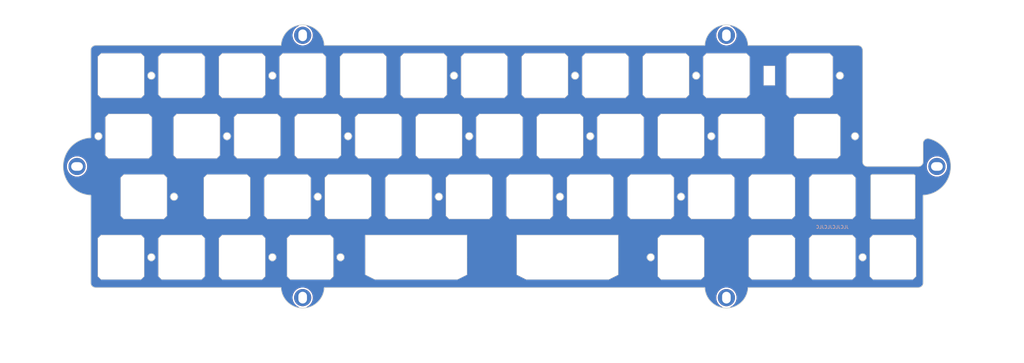
<source format=kicad_pcb>
(kicad_pcb (version 20221018) (generator pcbnew)
  (layers (0 "F.Cu" signal) (31 "B.Cu" signal) (34 "B.Paste" user) (35 "F.Paste" user) (36 "B.SilkS" user "B.Silkscreen") (37 "F.SilkS" user "F.Silkscreen") (38 "B.Mask" user) (39 "F.Mask" user) (44 "Edge.Cuts" user))
  (net 0 "")
  (net 1 "GND")
  (footprint "cipulot_parts:ecs_plate_cut_1U" (layer "F.Cu") (at 243.68125 51.59375)
    (fp_text reference "REF**")
    (fp_text value "Value " hide)
    (fp_line (start -7.3 -6) (end -7.3 6) (stroke (width 0.12)) (layer "Edge.Cuts"))
    (fp_line (start -7.3 6) (end -6.3 7) (stroke (width 0.12)) (layer "Edge.Cuts"))
    (fp_line (start -6.3 -7) (end -7.3 -6) (stroke (width 0.12)) (layer "Edge.Cuts"))
    (fp_line (start -6.3 7) (end 6.3 7) (stroke (width 0.12)) (layer "Edge.Cuts"))
    (fp_line (start 6.3 -7) (end -6.3 -7) (stroke (width 0.12)) (layer "Edge.Cuts"))
    (fp_line (start 6.3 -7) (end 7.3 -6) (stroke (width 0.12)) (layer "Edge.Cuts"))
    (fp_line (start 6.3 7) (end 7.3 6) (stroke (width 0.12)) (layer "Edge.Cuts"))
    (fp_line (start 7.3 6) (end 7.3 -6) (stroke (width 0.12)) (layer "Edge.Cuts"))
  )
  (footprint "cipulot_parts:ecs_plate_cut_2U" (layer "F.Cu") (at 119.85625 108.74375)
    (fp_text reference "REF**")
    (fp_text value "Value " hide)
    (fp_line (start -16 -7) (end 16 -7) (stroke (width 0.12)) (layer "Edge.Cuts"))
    (fp_line (start -16 0) (end -16 -7) (stroke (width 0.12)) (layer "Edge.Cuts"))
    (fp_line (start -16 0) (end -16 5.5) (stroke (width 0.12)) (layer "Edge.Cuts"))
    (fp_line (start -16 5.5) (end -13 7) (stroke (width 0.12)) (layer "Edge.Cuts"))
    (fp_line (start 13 7) (end -13 7) (stroke (width 0.12)) (layer "Edge.Cuts"))
    (fp_line (start 16 -7) (end 16 0) (stroke (width 0.12)) (layer "Edge.Cuts"))
    (fp_line (start 16 0) (end 16 5.5) (stroke (width 0.12)) (layer "Edge.Cuts"))
    (fp_line (start 16 5.5) (end 13 7) (stroke (width 0.12)) (layer "Edge.Cuts"))
  )
  (footprint "cipulot_parts:ecs_plate_cut_1U" (layer "F.Cu") (at 88.9 70.64375)
    (fp_text reference "REF**")
    (fp_text value "Value " hide)
    (fp_line (start -7.3 -6) (end -7.3 6) (stroke (width 0.12)) (layer "Edge.Cuts"))
    (fp_line (start -7.3 6) (end -6.3 7) (stroke (width 0.12)) (layer "Edge.Cuts"))
    (fp_line (start -6.3 -7) (end -7.3 -6) (stroke (width 0.12)) (layer "Edge.Cuts"))
    (fp_line (start -6.3 7) (end 6.3 7) (stroke (width 0.12)) (layer "Edge.Cuts"))
    (fp_line (start 6.3 -7) (end -6.3 -7) (stroke (width 0.12)) (layer "Edge.Cuts"))
    (fp_line (start 6.3 -7) (end 7.3 -6) (stroke (width 0.12)) (layer "Edge.Cuts"))
    (fp_line (start 6.3 7) (end 7.3 6) (stroke (width 0.12)) (layer "Edge.Cuts"))
    (fp_line (start 7.3 6) (end 7.3 -6) (stroke (width 0.12)) (layer "Edge.Cuts"))
  )
  (footprint "cipulot_parts:ecs_plate_cut_1U" (layer "F.Cu") (at 231.775 89.69375)
    (fp_text reference "REF**")
    (fp_text value "Value " hide)
    (fp_line (start -7.3 -6) (end -7.3 6) (stroke (width 0.12)) (layer "Edge.Cuts"))
    (fp_line (start -7.3 6) (end -6.3 7) (stroke (width 0.12)) (layer "Edge.Cuts"))
    (fp_line (start -6.3 -7) (end -7.3 -6) (stroke (width 0.12)) (layer "Edge.Cuts"))
    (fp_line (start -6.3 7) (end 6.3 7) (stroke (width 0.12)) (layer "Edge.Cuts"))
    (fp_line (start 6.3 -7) (end -6.3 -7) (stroke (width 0.12)) (layer "Edge.Cuts"))
    (fp_line (start 6.3 -7) (end 7.3 -6) (stroke (width 0.12)) (layer "Edge.Cuts"))
    (fp_line (start 6.3 7) (end 7.3 6) (stroke (width 0.12)) (layer "Edge.Cuts"))
    (fp_line (start 7.3 6) (end 7.3 -6) (stroke (width 0.12)) (layer "Edge.Cuts"))
  )
  (footprint "cipulot_parts:ecs_plate_cut_1U" (layer "F.Cu") (at 165.1 70.64375)
    (fp_text reference "REF**")
    (fp_text value "Value " hide)
    (fp_line (start -7.3 -6) (end -7.3 6) (stroke (width 0.12)) (layer "Edge.Cuts"))
    (fp_line (start -7.3 6) (end -6.3 7) (stroke (width 0.12)) (layer "Edge.Cuts"))
    (fp_line (start -6.3 -7) (end -7.3 -6) (stroke (width 0.12)) (layer "Edge.Cuts"))
    (fp_line (start -6.3 7) (end 6.3 7) (stroke (width 0.12)) (layer "Edge.Cuts"))
    (fp_line (start 6.3 -7) (end -6.3 -7) (stroke (width 0.12)) (layer "Edge.Cuts"))
    (fp_line (start 6.3 -7) (end 7.3 -6) (stroke (width 0.12)) (layer "Edge.Cuts"))
    (fp_line (start 6.3 7) (end 7.3 6) (stroke (width 0.12)) (layer "Edge.Cuts"))
    (fp_line (start 7.3 6) (end 7.3 -6) (stroke (width 0.12)) (layer "Edge.Cuts"))
  )
  (footprint "cipulot_parts:ecs_plate_cut_1U" (layer "F.Cu") (at 29.36875 70.64375)
    (fp_text reference "REF**")
    (fp_text value "Value " hide)
    (fp_line (start -7.3 -6) (end -7.3 6) (stroke (width 0.12)) (layer "Edge.Cuts"))
    (fp_line (start -7.3 6) (end -6.3 7) (stroke (width 0.12)) (layer "Edge.Cuts"))
    (fp_line (start -6.3 -7) (end -7.3 -6) (stroke (width 0.12)) (layer "Edge.Cuts"))
    (fp_line (start -6.3 7) (end 6.3 7) (stroke (width 0.12)) (layer "Edge.Cuts"))
    (fp_line (start 6.3 -7) (end -6.3 -7) (stroke (width 0.12)) (layer "Edge.Cuts"))
    (fp_line (start 6.3 -7) (end 7.3 -6) (stroke (width 0.12)) (layer "Edge.Cuts"))
    (fp_line (start 6.3 7) (end 7.3 6) (stroke (width 0.12)) (layer "Edge.Cuts"))
    (fp_line (start 7.3 6) (end 7.3 -6) (stroke (width 0.12)) (layer "Edge.Cuts"))
  )
  (footprint "cipulot_parts:ecs_plate_cut_1U" (layer "F.Cu") (at 46.0375 51.59375)
    (fp_text reference "REF**")
    (fp_text value "Value " hide)
    (fp_line (start -7.3 -6) (end -7.3 6) (stroke (width 0.12)) (layer "Edge.Cuts"))
    (fp_line (start -7.3 6) (end -6.3 7) (stroke (width 0.12)) (layer "Edge.Cuts"))
    (fp_line (start -6.3 -7) (end -7.3 -6) (stroke (width 0.12)) (layer "Edge.Cuts"))
    (fp_line (start -6.3 7) (end 6.3 7) (stroke (width 0.12)) (layer "Edge.Cuts"))
    (fp_line (start 6.3 -7) (end -6.3 -7) (stroke (width 0.12)) (layer "Edge.Cuts"))
    (fp_line (start 6.3 -7) (end 7.3 -6) (stroke (width 0.12)) (layer "Edge.Cuts"))
    (fp_line (start 6.3 7) (end 7.3 6) (stroke (width 0.12)) (layer "Edge.Cuts"))
    (fp_line (start 7.3 6) (end 7.3 -6) (stroke (width 0.12)) (layer "Edge.Cuts"))
  )
  (footprint "cipulot_parts:ecs_plate_cut_1U" (layer "F.Cu") (at 212.725 89.69375)
    (fp_text reference "REF**")
    (fp_text value "Value " hide)
    (fp_line (start -7.3 -6) (end -7.3 6) (stroke (width 0.12)) (layer "Edge.Cuts"))
    (fp_line (start -7.3 6) (end -6.3 7) (stroke (width 0.12)) (layer "Edge.Cuts"))
    (fp_line (start -6.3 -7) (end -7.3 -6) (stroke (width 0.12)) (layer "Edge.Cuts"))
    (fp_line (start -6.3 7) (end 6.3 7) (stroke (width 0.12)) (layer "Edge.Cuts"))
    (fp_line (start 6.3 -7) (end -6.3 -7) (stroke (width 0.12)) (layer "Edge.Cuts"))
    (fp_line (start 6.3 -7) (end 7.3 -6) (stroke (width 0.12)) (layer "Edge.Cuts"))
    (fp_line (start 6.3 7) (end 7.3 6) (stroke (width 0.12)) (layer "Edge.Cuts"))
    (fp_line (start 7.3 6) (end 7.3 -6) (stroke (width 0.12)) (layer "Edge.Cuts"))
  )
  (footprint "cipulot_parts:ecs_plate_cut_1U" (layer "F.Cu") (at 146.05 70.64375)
    (fp_text reference "REF**")
    (fp_text value "Value " hide)
    (fp_line (start -7.3 -6) (end -7.3 6) (stroke (width 0.12)) (layer "Edge.Cuts"))
    (fp_line (start -7.3 6) (end -6.3 7) (stroke (width 0.12)) (layer "Edge.Cuts"))
    (fp_line (start -6.3 -7) (end -7.3 -6) (stroke (width 0.12)) (layer "Edge.Cuts"))
    (fp_line (start -6.3 7) (end 6.3 7) (stroke (width 0.12)) (layer "Edge.Cuts"))
    (fp_line (start 6.3 -7) (end -6.3 -7) (stroke (width 0.12)) (layer "Edge.Cuts"))
    (fp_line (start 6.3 -7) (end 7.3 -6) (stroke (width 0.12)) (layer "Edge.Cuts"))
    (fp_line (start 6.3 7) (end 7.3 6) (stroke (width 0.12)) (layer "Edge.Cuts"))
    (fp_line (start 7.3 6) (end 7.3 -6) (stroke (width 0.12)) (layer "Edge.Cuts"))
  )
  (footprint "" (layer "F.Cu") (at 283.731249 80.168749)
    (fp_text reference "" (at 0 0) (layer "F.SilkS") (effects (font (size 1.27 1.27))))
    (fp_text value "" (at 0 0) (layer "F.SilkS") (effects (font (size 1.27 1.27))))
    (pad "1" thru_hole circle (at 0 0 90) (size 5.4 5.4) (drill oval 2.7 3.7) (layers "*.Cu" "*.Mask"))
  )
  (footprint "cipulot_parts:ecs_plate_cut_1U" (layer "F.Cu") (at 217.4875 51.59375)
    (fp_text reference "REF**")
    (fp_text value "Value " hide)
    (fp_line (start -7.3 -6) (end -7.3 6) (stroke (width 0.12)) (layer "Edge.Cuts"))
    (fp_line (start -7.3 6) (end -6.3 7) (stroke (width 0.12)) (layer "Edge.Cuts"))
    (fp_line (start -6.3 -7) (end -7.3 -6) (stroke (width 0.12)) (layer "Edge.Cuts"))
    (fp_line (start -6.3 7) (end 6.3 7) (stroke (width 0.12)) (layer "Edge.Cuts"))
    (fp_line (start 6.3 -7) (end -6.3 -7) (stroke (width 0.12)) (layer "Edge.Cuts"))
    (fp_line (start 6.3 -7) (end 7.3 -6) (stroke (width 0.12)) (layer "Edge.Cuts"))
    (fp_line (start 6.3 7) (end 7.3 6) (stroke (width 0.12)) (layer "Edge.Cuts"))
    (fp_line (start 7.3 6) (end 7.3 -6) (stroke (width 0.12)) (layer "Edge.Cuts"))
  )
  (footprint "cipulot_parts:ecs_plate_cut_1U" (layer "F.Cu") (at 46.0375 108.74375)
    (fp_text reference "REF**")
    (fp_text value "Value " hide)
    (fp_line (start -7.3 -6) (end -7.3 6) (stroke (width 0.12)) (layer "Edge.Cuts"))
    (fp_line (start -7.3 6) (end -6.3 7) (stroke (width 0.12)) (layer "Edge.Cuts"))
    (fp_line (start -6.3 -7) (end -7.3 -6) (stroke (width 0.12)) (layer "Edge.Cuts"))
    (fp_line (start -6.3 7) (end 6.3 7) (stroke (width 0.12)) (layer "Edge.Cuts"))
    (fp_line (start 6.3 -7) (end -6.3 -7) (stroke (width 0.12)) (layer "Edge.Cuts"))
    (fp_line (start 6.3 -7) (end 7.3 -6) (stroke (width 0.12)) (layer "Edge.Cuts"))
    (fp_line (start 6.3 7) (end 7.3 6) (stroke (width 0.12)) (layer "Edge.Cuts"))
    (fp_line (start 7.3 6) (end 7.3 -6) (stroke (width 0.12)) (layer "Edge.Cuts"))
  )
  (footprint "cipulot_parts:ecs_plate_cut_1U" (layer "F.Cu") (at 127 70.64375)
    (fp_text reference "REF**")
    (fp_text value "Value " hide)
    (fp_line (start -7.3 -6) (end -7.3 6) (stroke (width 0.12)) (layer "Edge.Cuts"))
    (fp_line (start -7.3 6) (end -6.3 7) (stroke (width 0.12)) (layer "Edge.Cuts"))
    (fp_line (start -6.3 -7) (end -7.3 -6) (stroke (width 0.12)) (layer "Edge.Cuts"))
    (fp_line (start -6.3 7) (end 6.3 7) (stroke (width 0.12)) (layer "Edge.Cuts"))
    (fp_line (start 6.3 -7) (end -6.3 -7) (stroke (width 0.12)) (layer "Edge.Cuts"))
    (fp_line (start 6.3 -7) (end 7.3 -6) (stroke (width 0.12)) (layer "Edge.Cuts"))
    (fp_line (start 6.3 7) (end 7.3 6) (stroke (width 0.12)) (layer "Edge.Cuts"))
    (fp_line (start 7.3 6) (end 7.3 -6) (stroke (width 0.12)) (layer "Edge.Cuts"))
  )
  (footprint "cipulot_parts:ecs_plate_cut_1U" (layer "F.Cu") (at 174.625 89.69375)
    (fp_text reference "REF**")
    (fp_text value "Value " hide)
    (fp_line (start -7.3 -6) (end -7.3 6) (stroke (width 0.12)) (layer "Edge.Cuts"))
    (fp_line (start -7.3 6) (end -6.3 7) (stroke (width 0.12)) (layer "Edge.Cuts"))
    (fp_line (start -6.3 -7) (end -7.3 -6) (stroke (width 0.12)) (layer "Edge.Cuts"))
    (fp_line (start -6.3 7) (end 6.3 7) (stroke (width 0.12)) (layer "Edge.Cuts"))
    (fp_line (start 6.3 -7) (end -6.3 -7) (stroke (width 0.12)) (layer "Edge.Cuts"))
    (fp_line (start 6.3 -7) (end 7.3 -6) (stroke (width 0.12)) (layer "Edge.Cuts"))
    (fp_line (start 6.3 7) (end 7.3 6) (stroke (width 0.12)) (layer "Edge.Cuts"))
    (fp_line (start 7.3 6) (end 7.3 -6) (stroke (width 0.12)) (layer "Edge.Cuts"))
  )
  (footprint "cipulot_parts:ecs_plate_cut_1U" (layer "F.Cu") (at 203.2 108.74375)
    (fp_text reference "REF**")
    (fp_text value "Value " hide)
    (fp_line (start -7.3 -6) (end -7.3 6) (stroke (width 0.12)) (layer "Edge.Cuts"))
    (fp_line (start -7.3 6) (end -6.3 7) (stroke (width 0.12)) (layer "Edge.Cuts"))
    (fp_line (start -6.3 -7) (end -7.3 -6) (stroke (width 0.12)) (layer "Edge.Cuts"))
    (fp_line (start -6.3 7) (end 6.3 7) (stroke (width 0.12)) (layer "Edge.Cuts"))
    (fp_line (start 6.3 -7) (end -6.3 -7) (stroke (width 0.12)) (layer "Edge.Cuts"))
    (fp_line (start 6.3 -7) (end 7.3 -6) (stroke (width 0.12)) (layer "Edge.Cuts"))
    (fp_line (start 6.3 7) (end 7.3 6) (stroke (width 0.12)) (layer "Edge.Cuts"))
    (fp_line (start 7.3 6) (end 7.3 -6) (stroke (width 0.12)) (layer "Edge.Cuts"))
  )
  (footprint "cipulot_parts:ecs_plate_cut_1U" (layer "F.Cu") (at 26.9875 108.74375)
    (fp_text reference "REF**")
    (fp_text value "Value " hide)
    (fp_line (start -7.3 -6) (end -7.3 6) (stroke (width 0.12)) (layer "Edge.Cuts"))
    (fp_line (start -7.3 6) (end -6.3 7) (stroke (width 0.12)) (layer "Edge.Cuts"))
    (fp_line (start -6.3 -7) (end -7.3 -6) (stroke (width 0.12)) (layer "Edge.Cuts"))
    (fp_line (start -6.3 7) (end 6.3 7) (stroke (width 0.12)) (layer "Edge.Cuts"))
    (fp_line (start 6.3 -7) (end -6.3 -7) (stroke (width 0.12)) (layer "Edge.Cuts"))
    (fp_line (start 6.3 -7) (end 7.3 -6) (stroke (width 0.12)) (layer "Edge.Cuts"))
    (fp_line (start 6.3 7) (end 7.3 6) (stroke (width 0.12)) (layer "Edge.Cuts"))
    (fp_line (start 7.3 6) (end 7.3 -6) (stroke (width 0.12)) (layer "Edge.Cuts"))
  )
  (footprint "cipulot_parts:ecs_plate_cut_1U" (layer "F.Cu") (at 250.825 108.74375)
    (fp_text reference "REF**")
    (fp_text value "Value " hide)
    (fp_line (start -7.3 -6) (end -7.3 6) (stroke (width 0.12)) (layer "Edge.Cuts"))
    (fp_line (start -7.3 6) (end -6.3 7) (stroke (width 0.12)) (layer "Edge.Cuts"))
    (fp_line (start -6.3 -7) (end -7.3 -6) (stroke (width 0.12)) (layer "Edge.Cuts"))
    (fp_line (start -6.3 7) (end 6.3 7) (stroke (width 0.12)) (layer "Edge.Cuts"))
    (fp_line (start 6.3 -7) (end -6.3 -7) (stroke (width 0.12)) (layer "Edge.Cuts"))
    (fp_line (start 6.3 -7) (end 7.3 -6) (stroke (width 0.12)) (layer "Edge.Cuts"))
    (fp_line (start 6.3 7) (end 7.3 6) (stroke (width 0.12)) (layer "Edge.Cuts"))
    (fp_line (start 7.3 6) (end 7.3 -6) (stroke (width 0.12)) (layer "Edge.Cuts"))
  )
  (footprint "cipulot_parts:ecs_plate_cut_1U" (layer "F.Cu") (at 193.675 89.69375)
    (fp_text reference "REF**")
    (fp_text value "Value " hide)
    (fp_line (start -7.3 -6) (end -7.3 6) (stroke (width 0.12)) (layer "Edge.Cuts"))
    (fp_line (start -7.3 6) (end -6.3 7) (stroke (width 0.12)) (layer "Edge.Cuts"))
    (fp_line (start -6.3 -7) (end -7.3 -6) (stroke (width 0.12)) (layer "Edge.Cuts"))
    (fp_line (start -6.3 7) (end 6.3 7) (stroke (width 0.12)) (layer "Edge.Cuts"))
    (fp_line (start 6.3 -7) (end -6.3 -7) (stroke (width 0.12)) (layer "Edge.Cuts"))
    (fp_line (start 6.3 -7) (end 7.3 -6) (stroke (width 0.12)) (layer "Edge.Cuts"))
    (fp_line (start 6.3 7) (end 7.3 6) (stroke (width 0.12)) (layer "Edge.Cuts"))
    (fp_line (start 7.3 6) (end 7.3 -6) (stroke (width 0.12)) (layer "Edge.Cuts"))
  )
  (footprint "cipulot_parts:ecs_plate_cut_2U" (layer "F.Cu") (at 167.48125 108.74375)
    (fp_text reference "REF**")
    (fp_text value "Value " hide)
    (fp_line (start -16 -7) (end 16 -7) (stroke (width 0.12)) (layer "Edge.Cuts"))
    (fp_line (start -16 0) (end -16 -7) (stroke (width 0.12)) (layer "Edge.Cuts"))
    (fp_line (start -16 0) (end -16 5.5) (stroke (width 0.12)) (layer "Edge.Cuts"))
    (fp_line (start -16 5.5) (end -13 7) (stroke (width 0.12)) (layer "Edge.Cuts"))
    (fp_line (start 13 7) (end -13 7) (stroke (width 0.12)) (layer "Edge.Cuts"))
    (fp_line (start 16 -7) (end 16 0) (stroke (width 0.12)) (layer "Edge.Cuts"))
    (fp_line (start 16 0) (end 16 5.5) (stroke (width 0.12)) (layer "Edge.Cuts"))
    (fp_line (start 16 5.5) (end 13 7) (stroke (width 0.12)) (layer "Edge.Cuts"))
  )
  (footprint "cipulot_parts:ecs_plate_cut_1U" (layer "F.Cu") (at 65.0875 51.59375)
    (fp_text reference "REF**")
    (fp_text value "Value " hide)
    (fp_line (start -7.3 -6) (end -7.3 6) (stroke (width 0.12)) (layer "Edge.Cuts"))
    (fp_line (start -7.3 6) (end -6.3 7) (stroke (width 0.12)) (layer "Edge.Cuts"))
    (fp_line (start -6.3 -7) (end -7.3 -6) (stroke (width 0.12)) (layer "Edge.Cuts"))
    (fp_line (start -6.3 7) (end 6.3 7) (stroke (width 0.12)) (layer "Edge.Cuts"))
    (fp_line (start 6.3 -7) (end -6.3 -7) (stroke (width 0.12)) (layer "Edge.Cuts"))
    (fp_line (start 6.3 -7) (end 7.3 -6) (stroke (width 0.12)) (layer "Edge.Cuts"))
    (fp_line (start 6.3 7) (end 7.3 6) (stroke (width 0.12)) (layer "Edge.Cuts"))
    (fp_line (start 7.3 6) (end 7.3 -6) (stroke (width 0.12)) (layer "Edge.Cuts"))
  )
  (footprint "cipulot_parts:ecs_plate_cut_1U" (layer "F.Cu") (at 179.3875 51.59375)
    (fp_text reference "REF**")
    (fp_text value "Value " hide)
    (fp_line (start -7.3 -6) (end -7.3 6) (stroke (width 0.12)) (layer "Edge.Cuts"))
    (fp_line (start -7.3 6) (end -6.3 7) (stroke (width 0.12)) (layer "Edge.Cuts"))
    (fp_line (start -6.3 -7) (end -7.3 -6) (stroke (width 0.12)) (layer "Edge.Cuts"))
    (fp_line (start -6.3 7) (end 6.3 7) (stroke (width 0.12)) (layer "Edge.Cuts"))
    (fp_line (start 6.3 -7) (end -6.3 -7) (stroke (width 0.12)) (layer "Edge.Cuts"))
    (fp_line (start 6.3 -7) (end 7.3 -6) (stroke (width 0.12)) (layer "Edge.Cuts"))
    (fp_line (start 6.3 7) (end 7.3 6) (stroke (width 0.12)) (layer "Edge.Cuts"))
    (fp_line (start 7.3 6) (end 7.3 -6) (stroke (width 0.12)) (layer "Edge.Cuts"))
  )
  (footprint "" (layer "F.Cu") (at 84.137499 38.89375)
    (fp_text reference "" (at 0 0) (layer "F.SilkS") (effects (font (size 1.27 1.27))))
    (fp_text value "" (at 0 0) (layer "F.SilkS") (effects (font (size 1.27 1.27))))
    (pad "1" thru_hole circle (at 0 0) (size 5.4 5.4) (drill oval 2.7 3.7) (layers "*.Cu" "*.Mask"))
  )
  (footprint "cipulot_parts:ecs_plate_cut_1U" (layer "F.Cu") (at 222.25 70.64375)
    (fp_text reference "REF**")
    (fp_text value "Value " hide)
    (fp_line (start -7.3 -6) (end -7.3 6) (stroke (width 0.12)) (layer "Edge.Cuts"))
    (fp_line (start -7.3 6) (end -6.3 7) (stroke (width 0.12)) (layer "Edge.Cuts"))
    (fp_line (start -6.3 -7) (end -7.3 -6) (stroke (width 0.12)) (layer "Edge.Cuts"))
    (fp_line (start -6.3 7) (end 6.3 7) (stroke (width 0.12)) (layer "Edge.Cuts"))
    (fp_line (start 6.3 -7) (end -6.3 -7) (stroke (width 0.12)) (layer "Edge.Cuts"))
    (fp_line (start 6.3 -7) (end 7.3 -6) (stroke (width 0.12)) (layer "Edge.Cuts"))
    (fp_line (start 6.3 7) (end 7.3 6) (stroke (width 0.12)) (layer "Edge.Cuts"))
    (fp_line (start 7.3 6) (end 7.3 -6) (stroke (width 0.12)) (layer "Edge.Cuts"))
  )
  (footprint "cipulot_parts:ecs_plate_cut_1U" (layer "F.Cu") (at 34.13125 89.69375)
    (fp_text reference "REF**")
    (fp_text value "Value " hide)
    (fp_line (start -7.3 -6) (end -7.3 6) (stroke (width 0.12)) (layer "Edge.Cuts"))
    (fp_line (start -7.3 6) (end -6.3 7) (stroke (width 0.12)) (layer "Edge.Cuts"))
    (fp_line (start -6.3 -7) (end -7.3 -6) (stroke (width 0.12)) (layer "Edge.Cuts"))
    (fp_line (start -6.3 7) (end 6.3 7) (stroke (width 0.12)) (layer "Edge.Cuts"))
    (fp_line (start 6.3 -7) (end -6.3 -7) (stroke (width 0.12)) (layer "Edge.Cuts"))
    (fp_line (start 6.3 -7) (end 7.3 -6) (stroke (width 0.12)) (layer "Edge.Cuts"))
    (fp_line (start 6.3 7) (end 7.3 6) (stroke (width 0.12)) (layer "Edge.Cuts"))
    (fp_line (start 7.3 6) (end 7.3 -6) (stroke (width 0.12)) (layer "Edge.Cuts"))
  )
  (footprint "cipulot_parts:ecs_plate_cut_1U" (layer "F.Cu") (at 198.4375 51.59375)
    (fp_text reference "REF**")
    (fp_text value "Value " hide)
    (fp_line (start -7.3 -6) (end -7.3 6) (stroke (width 0.12)) (layer "Edge.Cuts"))
    (fp_line (start -7.3 6) (end -6.3 7) (stroke (width 0.12)) (layer "Edge.Cuts"))
    (fp_line (start -6.3 -7) (end -7.3 -6) (stroke (width 0.12)) (layer "Edge.Cuts"))
    (fp_line (start -6.3 7) (end 6.3 7) (stroke (width 0.12)) (layer "Edge.Cuts"))
    (fp_line (start 6.3 -7) (end -6.3 -7) (stroke (width 0.12)) (layer "Edge.Cuts"))
    (fp_line (start 6.3 -7) (end 7.3 -6) (stroke (width 0.12)) (layer "Edge.Cuts"))
    (fp_line (start 6.3 7) (end 7.3 6) (stroke (width 0.12)) (layer "Edge.Cuts"))
    (fp_line (start 7.3 6) (end 7.3 -6) (stroke (width 0.12)) (layer "Edge.Cuts"))
  )
  (footprint "" (layer "F.Cu") (at 217.4875 38.893751)
    (fp_text reference "" (at 0 0) (layer "F.SilkS") (effects (font (size 1.27 1.27))))
    (fp_text value "" (at 0 0) (layer "F.SilkS") (effects (font (size 1.27 1.27))))
    (pad "1" thru_hole circle (at 0 0) (size 5.4 5.4) (drill oval 2.7 3.7) (layers "*.Cu" "*.Mask"))
  )
  (footprint "cipulot_parts:ecs_plate_cut_1U" (layer "F.Cu") (at 26.9875 51.59375)
    (fp_text reference "REF**")
    (fp_text value "Value " hide)
    (fp_line (start -7.3 -6) (end -7.3 6) (stroke (width 0.12)) (layer "Edge.Cuts"))
    (fp_line (start -7.3 6) (end -6.3 7) (stroke (width 0.12)) (layer "Edge.Cuts"))
    (fp_line (start -6.3 -7) (end -7.3 -6) (stroke (width 0.12)) (layer "Edge.Cuts"))
    (fp_line (start -6.3 7) (end 6.3 7) (stroke (width 0.12)) (layer "Edge.Cuts"))
    (fp_line (start 6.3 -7) (end -6.3 -7) (stroke (width 0.12)) (layer "Edge.Cuts"))
    (fp_line (start 6.3 -7) (end 7.3 -6) (stroke (width 0.12)) (layer "Edge.Cuts"))
    (fp_line (start 6.3 7) (end 7.3 6) (stroke (width 0.12)) (layer "Edge.Cuts"))
    (fp_line (start 7.3 6) (end 7.3 -6) (stroke (width 0.12)) (layer "Edge.Cuts"))
  )
  (footprint "cipulot_parts:ecs_plate_cut_1U" (layer "F.Cu") (at 86.51875 108.74375)
    (fp_text reference "REF**")
    (fp_text value "Value " hide)
    (fp_line (start -7.3 -6) (end -7.3 6) (stroke (width 0.12)) (layer "Edge.Cuts"))
    (fp_line (start -7.3 6) (end -6.3 7) (stroke (width 0.12)) (layer "Edge.Cuts"))
    (fp_line (start -6.3 -7) (end -7.3 -6) (stroke (width 0.12)) (layer "Edge.Cuts"))
    (fp_line (start -6.3 7) (end 6.3 7) (stroke (width 0.12)) (layer "Edge.Cuts"))
    (fp_line (start 6.3 -7) (end -6.3 -7) (stroke (width 0.12)) (layer "Edge.Cuts"))
    (fp_line (start 6.3 -7) (end 7.3 -6) (stroke (width 0.12)) (layer "Edge.Cuts"))
    (fp_line (start 6.3 7) (end 7.3 6) (stroke (width 0.12)) (layer "Edge.Cuts"))
    (fp_line (start 7.3 6) (end 7.3 -6) (stroke (width 0.12)) (layer "Edge.Cuts"))
  )
  (footprint "cipulot_parts:ecs_plate_cut_1U" (layer "F.Cu") (at 50.8 70.64375)
    (fp_text reference "REF**")
    (fp_text value "Value " hide)
    (fp_line (start -7.3 -6) (end -7.3 6) (stroke (width 0.12)) (layer "Edge.Cuts"))
    (fp_line (start -7.3 6) (end -6.3 7) (stroke (width 0.12)) (layer "Edge.Cuts"))
    (fp_line (start -6.3 -7) (end -7.3 -6) (stroke (width 0.12)) (layer "Edge.Cuts"))
    (fp_line (start -6.3 7) (end 6.3 7) (stroke (width 0.12)) (layer "Edge.Cuts"))
    (fp_line (start 6.3 -7) (end -6.3 -7) (stroke (width 0.12)) (layer "Edge.Cuts"))
    (fp_line (start 6.3 -7) (end 7.3 -6) (stroke (width 0.12)) (layer "Edge.Cuts"))
    (fp_line (start 6.3 7) (end 7.3 6) (stroke (width 0.12)) (layer "Edge.Cuts"))
    (fp_line (start 7.3 6) (end 7.3 -6) (stroke (width 0.12)) (layer "Edge.Cuts"))
  )
  (footprint "cipulot_parts:ecs_plate_cut_1U" (layer "F.Cu") (at 269.875 108.74375)
    (fp_text reference "REF**")
    (fp_text value "Value " hide)
    (fp_line (start -7.3 -6) (end -7.3 6) (stroke (width 0.12)) (layer "Edge.Cuts"))
    (fp_line (start -7.3 6) (end -6.3 7) (stroke (width 0.12)) (layer "Edge.Cuts"))
    (fp_line (start -6.3 -7) (end -7.3 -6) (stroke (width 0.12)) (layer "Edge.Cuts"))
    (fp_line (start -6.3 7) (end 6.3 7) (stroke (width 0.12)) (layer "Edge.Cuts"))
    (fp_line (start 6.3 -7) (end -6.3 -7) (stroke (width 0.12)) (layer "Edge.Cuts"))
    (fp_line (start 6.3 -7) (end 7.3 -6) (stroke (width 0.12)) (layer "Edge.Cuts"))
    (fp_line (start 6.3 7) (end 7.3 6) (stroke (width 0.12)) (layer "Edge.Cuts"))
    (fp_line (start 7.3 6) (end 7.3 -6) (stroke (width 0.12)) (layer "Edge.Cuts"))
  )
  (footprint "cipulot_parts:ecs_plate_cut_1U" (layer "F.Cu") (at 250.825 89.69375)
    (fp_text reference "REF**")
    (fp_text value "Value " hide)
    (fp_line (start -7.3 -6) (end -7.3 6) (stroke (width 0.12)) (layer "Edge.Cuts"))
    (fp_line (start -7.3 6) (end -6.3 7) (stroke (width 0.12)) (layer "Edge.Cuts"))
    (fp_line (start -6.3 -7) (end -7.3 -6) (stroke (width 0.12)) (layer "Edge.Cuts"))
    (fp_line (start -6.3 7) (end 6.3 7) (stroke (width 0.12)) (layer "Edge.Cuts"))
    (fp_line (start 6.3 -7) (end -6.3 -7) (stroke (width 0.12)) (layer "Edge.Cuts"))
    (fp_line (start 6.3 -7) (end 7.3 -6) (stroke (width 0.12)) (layer "Edge.Cuts"))
    (fp_line (start 6.3 7) (end 7.3 6) (stroke (width 0.12)) (layer "Edge.Cuts"))
    (fp_line (start 7.3 6) (end 7.3 -6) (stroke (width 0.12)) (layer "Edge.Cuts"))
  )
  (footprint "cipulot_parts:ecs_plate_cut_1U" (layer "F.Cu") (at 65.0875 108.74375)
    (fp_text reference "REF**")
    (fp_text value "Value " hide)
    (fp_line (start -7.3 -6) (end -7.3 6) (stroke (width 0.12)) (layer "Edge.Cuts"))
    (fp_line (start -7.3 6) (end -6.3 7) (stroke (width 0.12)) (layer "Edge.Cuts"))
    (fp_line (start -6.3 -7) (end -7.3 -6) (stroke (width 0.12)) (layer "Edge.Cuts"))
    (fp_line (start -6.3 7) (end 6.3 7) (stroke (width 0.12)) (layer "Edge.Cuts"))
    (fp_line (start 6.3 -7) (end -6.3 -7) (stroke (width 0.12)) (layer "Edge.Cuts"))
    (fp_line (start 6.3 -7) (end 7.3 -6) (stroke (width 0.12)) (layer "Edge.Cuts"))
    (fp_line (start 6.3 7) (end 7.3 6) (stroke (width 0.12)) (layer "Edge.Cuts"))
    (fp_line (start 7.3 6) (end 7.3 -6) (stroke (width 0.12)) (layer "Edge.Cuts"))
  )
  (footprint "cipulot_parts:ecs_plate_cut_1U" (layer "F.Cu") (at 69.85 70.64375)
    (fp_text reference "REF**")
    (fp_text value "Value " hide)
    (fp_line (start -7.3 -6) (end -7.3 6) (stroke (width 0.12)) (layer "Edge.Cuts"))
    (fp_line (start -7.3 6) (end -6.3 7) (stroke (width 0.12)) (layer "Edge.Cuts"))
    (fp_line (start -6.3 -7) (end -7.3 -6) (stroke (width 0.12)) (layer "Edge.Cuts"))
    (fp_line (start -6.3 7) (end 6.3 7) (stroke (width 0.12)) (layer "Edge.Cuts"))
    (fp_line (start 6.3 -7) (end -6.3 -7) (stroke (width 0.12)) (layer "Edge.Cuts"))
    (fp_line (start 6.3 -7) (end 7.3 -6) (stroke (width 0.12)) (layer "Edge.Cuts"))
    (fp_line (start 6.3 7) (end 7.3 6) (stroke (width 0.12)) (layer "Edge.Cuts"))
    (fp_line (start 7.3 6) (end 7.3 -6) (stroke (width 0.12)) (layer "Edge.Cuts"))
  )
  (footprint "cipulot_parts:ecs_plate_cut_1U" (layer "F.Cu") (at 160.3375 51.59375)
    (fp_text reference "REF**")
    (fp_text value "Value " hide)
    (fp_line (start -7.3 -6) (end -7.3 6) (stroke (width 0.12)) (layer "Edge.Cuts"))
    (fp_line (start -7.3 6) (end -6.3 7) (stroke (width 0.12)) (layer "Edge.Cuts"))
    (fp_line (start -6.3 -7) (end -7.3 -6) (stroke (width 0.12)) (layer "Edge.Cuts"))
    (fp_line (start -6.3 7) (end 6.3 7) (stroke (width 0.12)) (layer "Edge.Cuts"))
    (fp_line (start 6.3 -7) (end -6.3 -7) (stroke (width 0.12)) (layer "Edge.Cuts"))
    (fp_line (start 6.3 -7) (end 7.3 -6) (stroke (width 0.12)) (layer "Edge.Cuts"))
    (fp_line (start 6.3 7) (end 7.3 6) (stroke (width 0.12)) (layer "Edge.Cuts"))
    (fp_line (start 7.3 6) (end 7.3 -6) (stroke (width 0.12)) (layer "Edge.Cuts"))
  )
  (footprint "" (layer "F.Cu") (at 84.137499 121.44375)
    (fp_text reference "" (at 0 0) (layer "F.SilkS") (effects (font (size 1.27 1.27))))
    (fp_text value "" (at 0 0) (layer "F.SilkS") (effects (font (size 1.27 1.27))))
    (pad "1" thru_hole circle (at 0 0) (size 5.4 5.4) (drill oval 2.7 3.7) (layers "*.Cu" "*.Mask"))
  )
  (footprint "" (layer "F.Cu") (at 13.13125 80.16875)
    (fp_text reference "" (at 0 0) (layer "F.SilkS") (effects (font (size 1.27 1.27))))
    (fp_text value "" (at 0 0) (layer "F.SilkS") (effects (font (size 1.27 1.27))))
    (pad "1" thru_hole circle (at 0 0 90) (size 5.4 5.4) (drill oval 2.7 3.7) (layers "*.Cu" "*.Mask"))
  )
  (footprint "cipulot_parts:ecs_plate_cut_1U" (layer "F.Cu") (at 155.575 89.69375)
    (fp_text reference "REF**")
    (fp_text value "Value " hide)
    (fp_line (start -7.3 -6) (end -7.3 6) (stroke (width 0.12)) (layer "Edge.Cuts"))
    (fp_line (start -7.3 6) (end -6.3 7) (stroke (width 0.12)) (layer "Edge.Cuts"))
    (fp_line (start -6.3 -7) (end -7.3 -6) (stroke (width 0.12)) (layer "Edge.Cuts"))
    (fp_line (start -6.3 7) (end 6.3 7) (stroke (width 0.12)) (layer "Edge.Cuts"))
    (fp_line (start 6.3 -7) (end -6.3 -7) (stroke (width 0.12)) (layer "Edge.Cuts"))
    (fp_line (start 6.3 -7) (end 7.3 -6) (stroke (width 0.12)) (layer "Edge.Cuts"))
    (fp_line (start 6.3 7) (end 7.3 6) (stroke (width 0.12)) (layer "Edge.Cuts"))
    (fp_line (start 7.3 6) (end 7.3 -6) (stroke (width 0.12)) (layer "Edge.Cuts"))
  )
  (footprint "cipulot_parts:ecs_plate_cut_1U" (layer "F.Cu") (at 141.2875 51.59375)
    (fp_text reference "REF**")
    (fp_text value "Value " hide)
    (fp_line (start -7.3 -6) (end -7.3 6) (stroke (width 0.12)) (layer "Edge.Cuts"))
    (fp_line (start -7.3 6) (end -6.3 7) (stroke (width 0.12)) (layer "Edge.Cuts"))
    (fp_line (start -6.3 -7) (end -7.3 -6) (stroke (width 0.12)) (layer "Edge.Cuts"))
    (fp_line (start -6.3 7) (end 6.3 7) (stroke (width 0.12)) (layer "Edge.Cuts"))
    (fp_line (start 6.3 -7) (end -6.3 -7) (stroke (width 0.12)) (layer "Edge.Cuts"))
    (fp_line (start 6.3 -7) (end 7.3 -6) (stroke (width 0.12)) (layer "Edge.Cuts"))
    (fp_line (start 6.3 7) (end 7.3 6) (stroke (width 0.12)) (layer "Edge.Cuts"))
    (fp_line (start 7.3 6) (end 7.3 -6) (stroke (width 0.12)) (layer "Edge.Cuts"))
  )
  (footprint "cipulot_parts:ecs_plate_cut_1U" (layer "F.Cu") (at 246.0625 70.64375)
    (fp_text reference "REF**")
    (fp_text value "Value " hide)
    (fp_line (start -7.3 -6) (end -7.3 6) (stroke (width 0.12)) (layer "Edge.Cuts"))
    (fp_line (start -7.3 6) (end -6.3 7) (stroke (width 0.12)) (layer "Edge.Cuts"))
    (fp_line (start -6.3 -7) (end -7.3 -6) (stroke (width 0.12)) (layer "Edge.Cuts"))
    (fp_line (start -6.3 7) (end 6.3 7) (stroke (width 0.12)) (layer "Edge.Cuts"))
    (fp_line (start 6.3 -7) (end -6.3 -7) (stroke (width 0.12)) (layer "Edge.Cuts"))
    (fp_line (start 6.3 -7) (end 7.3 -6) (stroke (width 0.12)) (layer "Edge.Cuts"))
    (fp_line (start 6.3 7) (end 7.3 6) (stroke (width 0.12)) (layer "Edge.Cuts"))
    (fp_line (start 7.3 6) (end 7.3 -6) (stroke (width 0.12)) (layer "Edge.Cuts"))
  )
  (footprint "cipulot_parts:ecs_plate_cut_1U" (layer "F.Cu") (at 107.95 70.64375)
    (fp_text reference "REF**")
    (fp_text value "Value " hide)
    (fp_line (start -7.3 -6) (end -7.3 6) (stroke (width 0.12)) (layer "Edge.Cuts"))
    (fp_line (start -7.3 6) (end -6.3 7) (stroke (width 0.12)) (layer "Edge.Cuts"))
    (fp_line (start -6.3 -7) (end -7.3 -6) (stroke (width 0.12)) (layer "Edge.Cuts"))
    (fp_line (start -6.3 7) (end 6.3 7) (stroke (width 0.12)) (layer "Edge.Cuts"))
    (fp_line (start 6.3 -7) (end -6.3 -7) (stroke (width 0.12)) (layer "Edge.Cuts"))
    (fp_line (start 6.3 -7) (end 7.3 -6) (stroke (width 0.12)) (layer "Edge.Cuts"))
    (fp_line (start 6.3 7) (end 7.3 6) (stroke (width 0.12)) (layer "Edge.Cuts"))
    (fp_line (start 7.3 6) (end 7.3 -6) (stroke (width 0.12)) (layer "Edge.Cuts"))
  )
  (footprint "" (layer "F.Cu") (at 217.4875 121.44375)
    (fp_text reference "" (at 0 0) (layer "F.SilkS") (effects (font (size 1.27 1.27))))
    (fp_text value "" (at 0 0) (layer "F.SilkS") (effects (font (size 1.27 1.27))))
    (pad "1" thru_hole circle (at 0 0) (size 5.4 5.4) (drill oval 2.7 3.7) (layers "*.Cu" "*.Mask"))
  )
  (footprint "cipulot_parts:ecs_plate_cut_1U" (layer "F.Cu") (at 117.475 89.69375)
    (fp_text reference "REF**")
    (fp_text value "Value " hide)
    (fp_line (start -7.3 -6) (end -7.3 6) (stroke (width 0.12)) (layer "Edge.Cuts"))
    (fp_line (start -7.3 6) (end -6.3 7) (stroke (width 0.12)) (layer "Edge.Cuts"))
    (fp_line (start -6.3 -7) (end -7.3 -6) (stroke (width 0.12)) (layer "Edge.Cuts"))
    (fp_line (start -6.3 7) (end 6.3 7) (stroke (width 0.12)) (layer "Edge.Cuts"))
    (fp_line (start 6.3 -7) (end -6.3 -7) (stroke (width 0.12)) (layer "Edge.Cuts"))
    (fp_line (start 6.3 -7) (end 7.3 -6) (stroke (width 0.12)) (layer "Edge.Cuts"))
    (fp_line (start 6.3 7) (end 7.3 6) (stroke (width 0.12)) (layer "Edge.Cuts"))
    (fp_line (start 7.3 6) (end 7.3 -6) (stroke (width 0.12)) (layer "Edge.Cuts"))
  )
  (footprint "cipulot_parts:ecs_plate_cut_1U" (layer "F.Cu") (at 122.2375 51.59375)
    (fp_text reference "REF**")
    (fp_text value "Value " hide)
    (fp_line (start -7.3 -6) (end -7.3 6) (stroke (width 0.12)) (layer "Edge.Cuts"))
    (fp_line (start -7.3 6) (end -6.3 7) (stroke (width 0.12)) (layer "Edge.Cuts"))
    (fp_line (start -6.3 -7) (end -7.3 -6) (stroke (width 0.12)) (layer "Edge.Cuts"))
    (fp_line (start -6.3 7) (end 6.3 7) (stroke (width 0.12)) (layer "Edge.Cuts"))
    (fp_line (start 6.3 -7) (end -6.3 -7) (stroke (width 0.12)) (layer "Edge.Cuts"))
    (fp_line (start 6.3 -7) (end 7.3 -6) (stroke (width 0.12)) (layer "Edge.Cuts"))
    (fp_line (start 6.3 7) (end 7.3 6) (stroke (width 0.12)) (layer "Edge.Cuts"))
    (fp_line (start 7.3 6) (end 7.3 -6) (stroke (width 0.12)) (layer "Edge.Cuts"))
  )
  (footprint "cipulot_parts:ecs_plate_cut_1U" (layer "F.Cu") (at 98.425 89.69375)
    (fp_text reference "REF**")
    (fp_text value "Value " hide)
    (fp_line (start -7.3 -6) (end -7.3 6) (stroke (width 0.12)) (layer "Edge.Cuts"))
    (fp_line (start -7.3 6) (end -6.3 7) (stroke (width 0.12)) (layer "Edge.Cuts"))
    (fp_line (start -6.3 -7) (end -7.3 -6) (stroke (width 0.12)) (layer "Edge.Cuts"))
    (fp_line (start -6.3 7) (end 6.3 7) (stroke (width 0.12)) (layer "Edge.Cuts"))
    (fp_line (start 6.3 -7) (end -6.3 -7) (stroke (width 0.12)) (layer "Edge.Cuts"))
    (fp_line (start 6.3 -7) (end 7.3 -6) (stroke (width 0.12)) (layer "Edge.Cuts"))
    (fp_line (start 6.3 7) (end 7.3 6) (stroke (width 0.12)) (layer "Edge.Cuts"))
    (fp_line (start 7.3 6) (end 7.3 -6) (stroke (width 0.12)) (layer "Edge.Cuts"))
  )
  (footprint "cipulot_parts:ecs_plate_cut_1U" (layer "F.Cu") (at 79.375 89.69375)
    (fp_text reference "REF**")
    (fp_text value "Value " hide)
    (fp_line (start -7.3 -6) (end -7.3 6) (stroke (width 0.12)) (layer "Edge.Cuts"))
    (fp_line (start -7.3 6) (end -6.3 7) (stroke (width 0.12)) (layer "Edge.Cuts"))
    (fp_line (start -6.3 -7) (end -7.3 -6) (stroke (width 0.12)) (layer "Edge.Cuts"))
    (fp_line (start -6.3 7) (end 6.3 7) (stroke (width 0.12)) (layer "Edge.Cuts"))
    (fp_line (start 6.3 -7) (end -6.3 -7) (stroke (width 0.12)) (layer "Edge.Cuts"))
    (fp_line (start 6.3 -7) (end 7.3 -6) (stroke (width 0.12)) (layer "Edge.Cuts"))
    (fp_line (start 6.3 7) (end 7.3 6) (stroke (width 0.12)) (layer "Edge.Cuts"))
    (fp_line (start 7.3 6) (end 7.3 -6) (stroke (width 0.12)) (layer "Edge.Cuts"))
  )
  (footprint "cipulot_parts:ecs_plate_cut_1U" (layer "F.Cu") (at 60.325 89.69375)
    (fp_text reference "REF**")
    (fp_text value "Value " hide)
    (fp_line (start -7.3 -6) (end -7.3 6) (stroke (width 0.12)) (layer "Edge.Cuts"))
    (fp_line (start -7.3 6) (end -6.3 7) (stroke (width 0.12)) (layer "Edge.Cuts"))
    (fp_line (start -6.3 -7) (end -7.3 -6) (stroke (width 0.12)) (layer "Edge.Cuts"))
    (fp_line (start -6.3 7) (end 6.3 7) (stroke (width 0.12)) (layer "Edge.Cuts"))
    (fp_line (start 6.3 -7) (end -6.3 -7) (stroke (width 0.12)) (layer "Edge.Cuts"))
    (fp_line (start 6.3 -7) (end 7.3 -6) (stroke (width 0.12)) (layer "Edge.Cuts"))
    (fp_line (start 6.3 7) (end 7.3 6) (stroke (width 0.12)) (layer "Edge.Cuts"))
    (fp_line (start 7.3 6) (end 7.3 -6) (stroke (width 0.12)) (layer "Edge.Cuts"))
  )
  (footprint "cipulot_parts:ecs_plate_cut_1U" (layer "F.Cu") (at 84.1375 51.59375)
    (fp_text reference "REF**")
    (fp_text value "Value " hide)
    (fp_line (start -7.3 -6) (end -7.3 6) (stroke (width 0.12)) (layer "Edge.Cuts"))
    (fp_line (start -7.3 6) (end -6.3 7) (stroke (width 0.12)) (layer "Edge.Cuts"))
    (fp_line (start -6.3 -7) (end -7.3 -6) (stroke (width 0.12)) (layer "Edge.Cuts"))
    (fp_line (start -6.3 7) (end 6.3 7) (stroke (width 0.12)) (layer "Edge.Cuts"))
    (fp_line (start 6.3 -7) (end -6.3 -7) (stroke (width 0.12)) (layer "Edge.Cuts"))
    (fp_line (start 6.3 -7) (end 7.3 -6) (stroke (width 0.12)) (layer "Edge.Cuts"))
    (fp_line (start 6.3 7) (end 7.3 6) (stroke (width 0.12)) (layer "Edge.Cuts"))
    (fp_line (start 7.3 6) (end 7.3 -6) (stroke (width 0.12)) (layer "Edge.Cuts"))
  )
  (footprint "cipulot_parts:ecs_plate_cut_1U" (layer "F.Cu") (at 203.2 70.64375)
    (fp_text reference "REF**")
    (fp_text value "Value " hide)
    (fp_line (start -7.3 -6) (end -7.3 6) (stroke (width 0.12)) (layer "Edge.Cuts"))
    (fp_line (start -7.3 6) (end -6.3 7) (stroke (width 0.12)) (layer "Edge.Cuts"))
    (fp_line (start -6.3 -7) (end -7.3 -6) (stroke (width 0.12)) (layer "Edge.Cuts"))
    (fp_line (start -6.3 7) (end 6.3 7) (stroke (width 0.12)) (layer "Edge.Cuts"))
    (fp_line (start 6.3 -7) (end -6.3 -7) (stroke (width 0.12)) (layer "Edge.Cuts"))
    (fp_line (start 6.3 -7) (end 7.3 -6) (stroke (width 0.12)) (layer "Edge.Cuts"))
    (fp_line (start 6.3 7) (end 7.3 6) (stroke (width 0.12)) (layer "Edge.Cuts"))
    (fp_line (start 7.3 6) (end 7.3 -6) (stroke (width 0.12)) (layer "Edge.Cuts"))
  )
  (footprint "cipulot_parts:ecs_plate_cut_1U" (layer "F.Cu") (at 231.775 108.74375)
    (fp_text reference "REF**")
    (fp_text value "Value " hide)
    (fp_line (start -7.3 -6) (end -7.3 6) (stroke (width 0.12)) (layer "Edge.Cuts"))
    (fp_line (start -7.3 6) (end -6.3 7) (stroke (width 0.12)) (layer "Edge.Cuts"))
    (fp_line (start -6.3 -7) (end -7.3 -6) (stroke (width 0.12)) (layer "Edge.Cuts"))
    (fp_line (start -6.3 7) (end 6.3 7) (stroke (width 0.12)) (layer "Edge.Cuts"))
    (fp_line (start 6.3 -7) (end -6.3 -7) (stroke (width 0.12)) (layer "Edge.Cuts"))
    (fp_line (start 6.3 -7) (end 7.3 -6) (stroke (width 0.12)) (layer "Edge.Cuts"))
    (fp_line (start 6.3 7) (end 7.3 6) (stroke (width 0.12)) (layer "Edge.Cuts"))
    (fp_line (start 7.3 6) (end 7.3 -6) (stroke (width 0.12)) (layer "Edge.Cuts"))
  )
  (footprint "cipulot_parts:ecs_plate_cut_1U" (layer "F.Cu") (at 103.1875 51.59375)
    (fp_text reference "REF**")
    (fp_text value "Value " hide)
    (fp_line (start -7.3 -6) (end -7.3 6) (stroke (width 0.12)) (layer "Edge.Cuts"))
    (fp_line (start -7.3 6) (end -6.3 7) (stroke (width 0.12)) (layer "Edge.Cuts"))
    (fp_line (start -6.3 -7) (end -7.3 -6) (stroke (width 0.12)) (layer "Edge.Cuts"))
    (fp_line (start -6.3 7) (end 6.3 7) (stroke (width 0.12)) (layer "Edge.Cuts"))
    (fp_line (start 6.3 -7) (end -6.3 -7) (stroke (width 0.12)) (layer "Edge.Cuts"))
    (fp_line (start 6.3 -7) (end 7.3 -6) (stroke (width 0.12)) (layer "Edge.Cuts"))
    (fp_line (start 6.3 7) (end 7.3 6) (stroke (width 0.12)) (layer "Edge.Cuts"))
    (fp_line (start 7.3 6) (end 7.3 -6) (stroke (width 0.12)) (layer "Edge.Cuts"))
  )
  (footprint "cipulot_parts:ecs_plate_cut_1U" (layer "F.Cu") (at 184.15 70.64375)
    (fp_text reference "REF**")
    (fp_text value "Value " hide)
    (fp_line (start -7.3 -6) (end -7.3 6) (stroke (width 0.12)) (layer "Edge.Cuts"))
    (fp_line (start -7.3 6) (end -6.3 7) (stroke (width 0.12)) (layer "Edge.Cuts"))
    (fp_line (start -6.3 -7) (end -7.3 -6) (stroke (width 0.12)) (layer "Edge.Cuts"))
    (fp_line (start -6.3 7) (end 6.3 7) (stroke (width 0.12)) (layer "Edge.Cuts"))
    (fp_line (start 6.3 -7) (end -6.3 -7) (stroke (width 0.12)) (layer "Edge.Cuts"))
    (fp_line (start 6.3 -7) (end 7.3 -6) (stroke (width 0.12)) (layer "Edge.Cuts"))
    (fp_line (start 6.3 7) (end 7.3 6) (stroke (width 0.12)) (layer "Edge.Cuts"))
    (fp_line (start 7.3 6) (end 7.3 -6) (stroke (width 0.12)) (layer "Edge.Cuts"))
  )
  (footprint "cipulot_parts:ecs_plate_cut_1U" (layer "F.Cu") (at 136.525 89.69375)
    (fp_text reference "REF**")
    (fp_text value "Value " hide)
    (fp_line (start -7.3 -6) (end -7.3 6) (stroke (width 0.12)) (layer "Edge.Cuts"))
    (fp_line (start -7.3 6) (end -6.3 7) (stroke (width 0.12)) (layer "Edge.Cuts"))
    (fp_line (start -6.3 -7) (end -7.3 -6) (stroke (width 0.12)) (layer "Edge.Cuts"))
    (fp_line (start -6.3 7) (end 6.3 7) (stroke (width 0.12)) (layer "Edge.Cuts"))
    (fp_line (start 6.3 -7) (end -6.3 -7) (stroke (width 0.12)) (layer "Edge.Cuts"))
    (fp_line (start 6.3 -7) (end 7.3 -6) (stroke (width 0.12)) (layer "Edge.Cuts"))
    (fp_line (start 6.3 7) (end 7.3 6) (stroke (width 0.12)) (layer "Edge.Cuts"))
    (fp_line (start 7.3 6) (end 7.3 -6) (stroke (width 0.12)) (layer "Edge.Cuts"))
  )
  (gr_circle (center 88.9 89.69375) (end 90.05 89.69375) (stroke (width 0.2)) (fill none) (layer "Edge.Cuts"))
  (gr_arc (start 276.375 82.69375) (mid 276.728553 82.840197) (end 276.875 83.19375) (stroke (width 0.2)) (layer "Edge.Cuts"))
  (gr_arc (start 210.693 42.06875) (mid 217.4875 35.58875) (end 224.282 42.06875) (stroke (width 0.2)) (layer "Edge.Cuts"))
  (gr_circle (center 212.725 70.64375) (end 213.875 70.64375) (stroke (width 0.2)) (fill none) (layer "Edge.Cuts"))
  (gr_arc (start 258.85 42.06875) (mid 259.91066 42.50809) (end 260.35 43.56875) (stroke (width 0.2)) (layer "Edge.Cuts"))
  (gr_line (start 210.693 42.06875) (end 90.932 42.06875) (stroke (width 0.2)) (layer "Edge.Cuts"))
  (gr_arc (start 261.85 80.16875) (mid 260.78934 79.72941) (end 260.35 78.66875) (stroke (width 0.2)) (layer "Edge.Cuts"))
  (gr_circle (center 203.2 89.69375) (end 204.35 89.69375) (stroke (width 0.2)) (fill none) (layer "Edge.Cuts"))
  (gr_circle (center 127 89.69375) (end 128.15 89.69375) (stroke (width 0.2)) (fill none) (layer "Edge.Cuts"))
  (gr_line (start 279.4 116.76875) (end 279.4 89.19845) (stroke (width 0.2)) (layer "Edge.Cuts"))
  (gr_rect (start 229.185478 48.521594) (end 232.777022 54.665906) (stroke (width 0.1)) (fill none) (layer "Edge.Cuts"))
  (gr_circle (center 19.84375 70.64375) (end 20.99375 70.64375) (stroke (width 0.2)) (fill none) (layer "Edge.Cuts"))
  (gr_circle (center 257.96875 70.64375) (end 259.11875 70.64375) (stroke (width 0.2)) (fill none) (layer "Edge.Cuts"))
  (gr_line (start 17.4625 89.19845) (end 17.4625 116.76875) (stroke (width 0.2)) (layer "Edge.Cuts"))
  (gr_arc (start 224.282 118.26875) (mid 217.4875 124.74875) (end 210.693 118.26875) (stroke (width 0.2)) (layer "Edge.Cuts"))
  (gr_line (start 260.35 78.66875) (end 260.35 43.56875) (stroke (width 0.2)) (layer "Edge.Cuts"))
  (gr_circle (center 60.325 70.64375) (end 61.475 70.64375) (stroke (width 0.2)) (fill none) (layer "Edge.Cuts"))
  (gr_circle (center 98.425 70.64375) (end 99.575 70.64375) (stroke (width 0.2)) (fill none) (layer "Edge.Cuts"))
  (gr_circle (center 253.20625 51.59375) (end 254.35625 51.59375) (stroke (width 0.2)) (fill none) (layer "Edge.Cuts"))
  (gr_arc (start 17.4625 43.56875) (mid 17.90184 42.50809) (end 18.9625 42.06875) (stroke (width 0.2)) (layer "Edge.Cuts"))
  (gr_circle (center 131.7625 51.59375) (end 132.9125 51.59375) (stroke (width 0.2)) (fill none) (layer "Edge.Cuts"))
  (gr_arc (start 279.4 116.76875) (mid 278.96066 117.82941) (end 277.9 118.26875) (stroke (width 0.2)) (layer "Edge.Cuts"))
  (gr_line (start 279.4 72.864821) (end 279.4 78.66875) (stroke (width 0.2)) (layer "Edge.Cuts"))
  (gr_circle (center 74.6125 51.59375) (end 75.7625 51.59375) (stroke (width 0.2)) (fill none) (layer "Edge.Cuts"))
  (gr_line (start 90.932 118.26875) (end 210.693 118.26875) (stroke (width 0.2)) (layer "Edge.Cuts"))
  (gr_circle (center 260.35 108.74375) (end 261.5 108.74375) (stroke (width 0.2)) (fill none) (layer "Edge.Cuts"))
  (gr_arc (start 279.4 72.864821) (mid 279.979411 71.680542) (end 281.270021 71.411175) (stroke (width 0.2)) (layer "Edge.Cuts"))
  (gr_circle (center 74.6125 108.74375) (end 75.7625 108.74375) (stroke (width 0.2)) (fill none) (layer "Edge.Cuts"))
  (gr_line (start 277.9 80.16875) (end 261.85 80.16875) (stroke (width 0.2)) (layer "Edge.Cuts"))
  (gr_circle (center 165.1 89.69375) (end 166.25 89.69375) (stroke (width 0.2)) (fill none) (layer "Edge.Cuts"))
  (gr_circle (center 36.5125 108.74375) (end 37.6625 108.74375) (stroke (width 0.2)) (fill none) (layer "Edge.Cuts"))
  (gr_line (start 18.9625 118.26875) (end 77.343 118.26875) (stroke (width 0.2)) (layer "Edge.Cuts"))
  (gr_arc (start 263.375 96.69375) (mid 263.021447 96.547303) (end 262.875 96.19375) (stroke (width 0.2)) (layer "Edge.Cuts"))
  (gr_arc (start 281.270021 71.411175) (mid 288.028119 81.113609) (end 279.4 89.19845) (stroke (width 0.2)) (layer "Edge.Cuts"))
  (gr_circle (center 36.5125 51.59375) (end 37.6625 51.59375) (stroke (width 0.2)) (fill none) (layer "Edge.Cuts"))
  (gr_line (start 17.4625 43.56875) (end 17.4625 71.13905) (stroke (width 0.2)) (layer "Edge.Cuts"))
  (gr_arc (start 77.343 42.06875) (mid 84.1375 35.58875) (end 90.932 42.06875) (stroke (width 0.2)) (layer "Edge.Cuts"))
  (gr_line (start 276.875 96.19375) (end 276.875 83.19375) (stroke (width 0.2)) (layer "Edge.Cuts"))
  (gr_arc (start 90.932 118.26875) (mid 84.1375 124.74875) (end 77.343 118.26875) (stroke (width 0.2)) (layer "Edge.Cuts"))
  (gr_arc (start 262.875 83.19375) (mid 263.021447 82.840197) (end 263.375 82.69375) (stroke (width 0.2)) (layer "Edge.Cuts"))
  (gr_line (start 276.375 82.69375) (end 263.375 82.69375) (stroke (width 0.2)) (layer "Edge.Cuts"))
  (gr_line (start 262.875 83.19375) (end 262.875 96.19375) (stroke (width 0.2)) (layer "Edge.Cuts"))
  (gr_circle (center 169.8625 51.59375) (end 171.0125 51.59375) (stroke (width 0.2)) (fill none) (layer "Edge.Cuts"))
  (gr_circle (center 193.675 108.74375) (end 194.825 108.74375) (stroke (width 0.2)) (fill none) (layer "Edge.Cuts"))
  (gr_circle (center 96.04375 108.74375) (end 97.19375 108.74375) (stroke (width 0.2)) (fill none) (layer "Edge.Cuts"))
  (gr_line (start 77.343 42.06875) (end 18.9625 42.06875) (stroke (width 0.2)) (layer "Edge.Cuts"))
  (gr_line (start 224.282 118.26875) (end 277.9 118.26875) (stroke (width 0.2)) (layer "Edge.Cuts"))
  (gr_arc (start 276.875 96.19375) (mid 276.728553 96.547303) (end 276.375 96.69375) (stroke (width 0.2)) (layer "Edge.Cuts"))
  (gr_arc (start 17.4625 89.19845) (mid 8.78485 80.16875) (end 17.4625 71.13905) (stroke (width 0.2)) (layer "Edge.Cuts"))
  (gr_arc (start 18.9625 118.26875) (mid 17.90184 117.82941) (end 17.4625 116.76875) (stroke (width 0.2)) (layer "Edge.Cuts"))
  (gr_arc (start 279.4 78.66875) (mid 278.96066 79.72941) (end 277.9 80.16875) (stroke (width 0.2)) (layer "Edge.Cuts"))
  (gr_circle (center 174.625 70.64375) (end 175.775 70.64375) (stroke (width 0.2)) (fill none) (layer "Edge.Cuts"))
  (gr_circle (center 43.65625 89.69375) (end 44.80625 89.69375) (stroke (width 0.2)) (fill none) (layer "Edge.Cuts"))
  (gr_circle (center 207.9625 51.59375) (end 209.1125 51.59375) (stroke (width 0.2)) (fill none) (layer "Edge.Cuts"))
  (gr_line (start 258.85 42.06875) (end 224.282 42.06875) (stroke (width 0.2)) (layer "Edge.Cuts"))
  (gr_circle (center 136.525 70.64375) (end 137.675 70.64375) (stroke (width 0.2)) (fill none) (layer "Edge.Cuts"))
  (gr_line (start 263.375 96.69375) (end 276.375 96.69375) (stroke (width 0.2)) (layer "Edge.Cuts"))
  (gr_text "JLCJLCJLCJLC" (at 250.825 99.21875) (layer "B.SilkS") (effects (font (size 1 1)) (justify mirror)))
  (zone (net 1) (net_name "GND") (layers "F&B.Cu") (connect_pads (clearance 0.5)) (min_thickness 0.25) (fill yes (thermal_gap 0.5) (thermal_bridge_width 0.5))
    (polygon (pts (xy -4.7625 27.78127) (xy 311.15 29.36877) (xy 304.8 142.08127) (xy -11.1125 140.49377)))
  )
)
</source>
